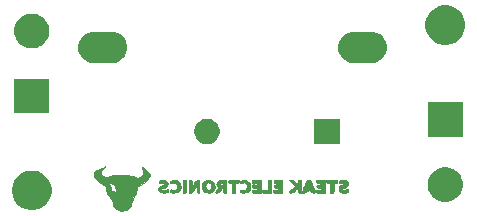
<source format=gbs>
G04 #@! TF.GenerationSoftware,KiCad,Pcbnew,5.0.0-rc2*
G04 #@! TF.CreationDate,2019-06-24T22:20:35-04:00*
G04 #@! TF.ProjectId,pcb,7063622E6B696361645F706362000000,rev?*
G04 #@! TF.SameCoordinates,Original*
G04 #@! TF.FileFunction,Soldermask,Bot*
G04 #@! TF.FilePolarity,Negative*
%FSLAX46Y46*%
G04 Gerber Fmt 4.6, Leading zero omitted, Abs format (unit mm)*
G04 Created by KiCad (PCBNEW 5.0.0-rc2) date Mon Jun 24 22:20:35 2019*
%MOMM*%
%LPD*%
G01*
G04 APERTURE LIST*
%ADD10C,0.010000*%
%ADD11C,0.100000*%
G04 APERTURE END LIST*
D10*
G04 #@! TO.C,G\002A\002A\002A*
G36*
X122898543Y-95135065D02*
X122784363Y-95172149D01*
X122741089Y-95239057D01*
X122743948Y-95289716D01*
X122790236Y-95355496D01*
X122852401Y-95356683D01*
X123036404Y-95332325D01*
X123167903Y-95347661D01*
X123231311Y-95400570D01*
X123233451Y-95408549D01*
X123217586Y-95468801D01*
X123129959Y-95507811D01*
X123084114Y-95517674D01*
X122886666Y-95583692D01*
X122755849Y-95687398D01*
X122698213Y-95815920D01*
X122720306Y-95956381D01*
X122802446Y-96071372D01*
X122948709Y-96156541D01*
X123159364Y-96181897D01*
X123416454Y-96152136D01*
X123494472Y-96112784D01*
X123519931Y-96018767D01*
X123520364Y-95996169D01*
X123520364Y-95860215D01*
X123347718Y-95932351D01*
X123195521Y-95975729D01*
X123069160Y-95975974D01*
X122989705Y-95936419D01*
X122974903Y-95873367D01*
X123031353Y-95808537D01*
X123161646Y-95760581D01*
X123171929Y-95758366D01*
X123370164Y-95688336D01*
X123485982Y-95577402D01*
X123520364Y-95438661D01*
X123482989Y-95280224D01*
X123371370Y-95176251D01*
X123186269Y-95127304D01*
X123093182Y-95123253D01*
X122898543Y-95135065D01*
X122898543Y-95135065D01*
G37*
X122898543Y-95135065D02*
X122784363Y-95172149D01*
X122741089Y-95239057D01*
X122743948Y-95289716D01*
X122790236Y-95355496D01*
X122852401Y-95356683D01*
X123036404Y-95332325D01*
X123167903Y-95347661D01*
X123231311Y-95400570D01*
X123233451Y-95408549D01*
X123217586Y-95468801D01*
X123129959Y-95507811D01*
X123084114Y-95517674D01*
X122886666Y-95583692D01*
X122755849Y-95687398D01*
X122698213Y-95815920D01*
X122720306Y-95956381D01*
X122802446Y-96071372D01*
X122948709Y-96156541D01*
X123159364Y-96181897D01*
X123416454Y-96152136D01*
X123494472Y-96112784D01*
X123519931Y-96018767D01*
X123520364Y-95996169D01*
X123520364Y-95860215D01*
X123347718Y-95932351D01*
X123195521Y-95975729D01*
X123069160Y-95975974D01*
X122989705Y-95936419D01*
X122974903Y-95873367D01*
X123031353Y-95808537D01*
X123161646Y-95760581D01*
X123171929Y-95758366D01*
X123370164Y-95688336D01*
X123485982Y-95577402D01*
X123520364Y-95438661D01*
X123482989Y-95280224D01*
X123371370Y-95176251D01*
X123186269Y-95127304D01*
X123093182Y-95123253D01*
X122898543Y-95135065D01*
G36*
X123890714Y-95130271D02*
X123774931Y-95158269D01*
X123718467Y-95213772D01*
X123705091Y-95292235D01*
X123717081Y-95372521D01*
X123770685Y-95381389D01*
X123809000Y-95369596D01*
X124008314Y-95332199D01*
X124163499Y-95368897D01*
X124265493Y-95474407D01*
X124305236Y-95643444D01*
X124305454Y-95659165D01*
X124270023Y-95813829D01*
X124178397Y-95927135D01*
X124052576Y-95983169D01*
X123914560Y-95966014D01*
X123894599Y-95956377D01*
X123779983Y-95911812D01*
X123720293Y-95936039D01*
X123705091Y-96017705D01*
X123739564Y-96118285D01*
X123809000Y-96155620D01*
X124000357Y-96181872D01*
X124198852Y-96170245D01*
X124351636Y-96125955D01*
X124446216Y-96047651D01*
X124535639Y-95925676D01*
X124552672Y-95893719D01*
X124612601Y-95676798D01*
X124582716Y-95466480D01*
X124465309Y-95276270D01*
X124444156Y-95254143D01*
X124342278Y-95170177D01*
X124231791Y-95131465D01*
X124081875Y-95122546D01*
X123890714Y-95130271D01*
X123890714Y-95130271D01*
G37*
X123890714Y-95130271D02*
X123774931Y-95158269D01*
X123718467Y-95213772D01*
X123705091Y-95292235D01*
X123717081Y-95372521D01*
X123770685Y-95381389D01*
X123809000Y-95369596D01*
X124008314Y-95332199D01*
X124163499Y-95368897D01*
X124265493Y-95474407D01*
X124305236Y-95643444D01*
X124305454Y-95659165D01*
X124270023Y-95813829D01*
X124178397Y-95927135D01*
X124052576Y-95983169D01*
X123914560Y-95966014D01*
X123894599Y-95956377D01*
X123779983Y-95911812D01*
X123720293Y-95936039D01*
X123705091Y-96017705D01*
X123739564Y-96118285D01*
X123809000Y-96155620D01*
X124000357Y-96181872D01*
X124198852Y-96170245D01*
X124351636Y-96125955D01*
X124446216Y-96047651D01*
X124535639Y-95925676D01*
X124552672Y-95893719D01*
X124612601Y-95676798D01*
X124582716Y-95466480D01*
X124465309Y-95276270D01*
X124444156Y-95254143D01*
X124342278Y-95170177D01*
X124231791Y-95131465D01*
X124081875Y-95122546D01*
X123890714Y-95130271D01*
G36*
X124767273Y-96184728D02*
X124898121Y-96184728D01*
X124999370Y-96178715D01*
X125048212Y-96165671D01*
X125054721Y-96114609D01*
X125057653Y-95990727D01*
X125056833Y-95813506D01*
X125053028Y-95634580D01*
X125038602Y-95122546D01*
X124767273Y-95122546D01*
X124767273Y-96184728D01*
X124767273Y-96184728D01*
G37*
X124767273Y-96184728D02*
X124898121Y-96184728D01*
X124999370Y-96178715D01*
X125048212Y-96165671D01*
X125054721Y-96114609D01*
X125057653Y-95990727D01*
X125056833Y-95813506D01*
X125053028Y-95634580D01*
X125038602Y-95122546D01*
X124767273Y-95122546D01*
X124767273Y-96184728D01*
G36*
X125967528Y-95129293D02*
X125905743Y-95161184D01*
X125845322Y-95235695D01*
X125768607Y-95370298D01*
X125736604Y-95431080D01*
X125575454Y-95739614D01*
X125561799Y-95431080D01*
X125552981Y-95267130D01*
X125538139Y-95174855D01*
X125507251Y-95133654D01*
X125450295Y-95122923D01*
X125411708Y-95122546D01*
X125275273Y-95122546D01*
X125275273Y-96190303D01*
X125441061Y-96175970D01*
X125528624Y-96162146D01*
X125594783Y-96126707D01*
X125657684Y-96051643D01*
X125735475Y-95918947D01*
X125775880Y-95843717D01*
X125944909Y-95525798D01*
X125958478Y-95855263D01*
X125967403Y-96026239D01*
X125981678Y-96124773D01*
X126008972Y-96170757D01*
X126056951Y-96184084D01*
X126085478Y-96184728D01*
X126198909Y-96184728D01*
X126198909Y-95122546D01*
X126048331Y-95122546D01*
X125967528Y-95129293D01*
X125967528Y-95129293D01*
G37*
X125967528Y-95129293D02*
X125905743Y-95161184D01*
X125845322Y-95235695D01*
X125768607Y-95370298D01*
X125736604Y-95431080D01*
X125575454Y-95739614D01*
X125561799Y-95431080D01*
X125552981Y-95267130D01*
X125538139Y-95174855D01*
X125507251Y-95133654D01*
X125450295Y-95122923D01*
X125411708Y-95122546D01*
X125275273Y-95122546D01*
X125275273Y-96190303D01*
X125441061Y-96175970D01*
X125528624Y-96162146D01*
X125594783Y-96126707D01*
X125657684Y-96051643D01*
X125735475Y-95918947D01*
X125775880Y-95843717D01*
X125944909Y-95525798D01*
X125958478Y-95855263D01*
X125967403Y-96026239D01*
X125981678Y-96124773D01*
X126008972Y-96170757D01*
X126056951Y-96184084D01*
X126085478Y-96184728D01*
X126198909Y-96184728D01*
X126198909Y-95122546D01*
X126048331Y-95122546D01*
X125967528Y-95129293D01*
G36*
X126771561Y-95129752D02*
X126663295Y-95158818D01*
X126575762Y-95220915D01*
X126552692Y-95243176D01*
X126443373Y-95407053D01*
X126395324Y-95600489D01*
X126406869Y-95797731D01*
X126476331Y-95973026D01*
X126602035Y-96100618D01*
X126608753Y-96104687D01*
X126779938Y-96164530D01*
X126985792Y-96179192D01*
X127179030Y-96146085D01*
X127203072Y-96137215D01*
X127337149Y-96037998D01*
X127433093Y-95880801D01*
X127480828Y-95695642D01*
X127477120Y-95631288D01*
X127172344Y-95631288D01*
X127149093Y-95797551D01*
X127119477Y-95867188D01*
X127036685Y-95939186D01*
X126921015Y-95950245D01*
X126804406Y-95905225D01*
X126718797Y-95808989D01*
X126717332Y-95805974D01*
X126680994Y-95637792D01*
X126723751Y-95480384D01*
X126828036Y-95368583D01*
X126915742Y-95322832D01*
X126988437Y-95333801D01*
X127053273Y-95372299D01*
X127138947Y-95478646D01*
X127172344Y-95631288D01*
X127477120Y-95631288D01*
X127470277Y-95512538D01*
X127440047Y-95431237D01*
X127331695Y-95261168D01*
X127207084Y-95165289D01*
X127037843Y-95126223D01*
X126936066Y-95122546D01*
X126771561Y-95129752D01*
X126771561Y-95129752D01*
G37*
X126771561Y-95129752D02*
X126663295Y-95158818D01*
X126575762Y-95220915D01*
X126552692Y-95243176D01*
X126443373Y-95407053D01*
X126395324Y-95600489D01*
X126406869Y-95797731D01*
X126476331Y-95973026D01*
X126602035Y-96100618D01*
X126608753Y-96104687D01*
X126779938Y-96164530D01*
X126985792Y-96179192D01*
X127179030Y-96146085D01*
X127203072Y-96137215D01*
X127337149Y-96037998D01*
X127433093Y-95880801D01*
X127480828Y-95695642D01*
X127477120Y-95631288D01*
X127172344Y-95631288D01*
X127149093Y-95797551D01*
X127119477Y-95867188D01*
X127036685Y-95939186D01*
X126921015Y-95950245D01*
X126804406Y-95905225D01*
X126718797Y-95808989D01*
X126717332Y-95805974D01*
X126680994Y-95637792D01*
X126723751Y-95480384D01*
X126828036Y-95368583D01*
X126915742Y-95322832D01*
X126988437Y-95333801D01*
X127053273Y-95372299D01*
X127138947Y-95478646D01*
X127172344Y-95631288D01*
X127477120Y-95631288D01*
X127470277Y-95512538D01*
X127440047Y-95431237D01*
X127331695Y-95261168D01*
X127207084Y-95165289D01*
X127037843Y-95126223D01*
X126936066Y-95122546D01*
X126771561Y-95129752D01*
G36*
X127968356Y-95125909D02*
X127859910Y-95141302D01*
X127789384Y-95176682D01*
X127729598Y-95240005D01*
X127726261Y-95244228D01*
X127660183Y-95344040D01*
X127630653Y-95419896D01*
X127630545Y-95422728D01*
X127657174Y-95495804D01*
X127721720Y-95595391D01*
X127726261Y-95601227D01*
X127778441Y-95681825D01*
X127782411Y-95721920D01*
X127777529Y-95722910D01*
X127739347Y-95760144D01*
X127680034Y-95851928D01*
X127615910Y-95968379D01*
X127563295Y-96079617D01*
X127538511Y-96155761D01*
X127538182Y-96161133D01*
X127578736Y-96176959D01*
X127677994Y-96184600D01*
X127694215Y-96184728D01*
X127811062Y-96169429D01*
X127878984Y-96105473D01*
X127909266Y-96042249D01*
X127988143Y-95894976D01*
X128075958Y-95797168D01*
X128141844Y-95769091D01*
X128167420Y-95810375D01*
X128182761Y-95914824D01*
X128184727Y-95976910D01*
X128188743Y-96104700D01*
X128211932Y-96165226D01*
X128271005Y-96183553D01*
X128323273Y-96184728D01*
X128461818Y-96184728D01*
X128461818Y-95468910D01*
X128184727Y-95468910D01*
X128157176Y-95561632D01*
X128089422Y-95580512D01*
X128003818Y-95519664D01*
X128001679Y-95517114D01*
X127969180Y-95430383D01*
X128016469Y-95369286D01*
X128095089Y-95353455D01*
X128165795Y-95381991D01*
X128184727Y-95468910D01*
X128461818Y-95468910D01*
X128461818Y-95122546D01*
X128141897Y-95122546D01*
X127968356Y-95125909D01*
X127968356Y-95125909D01*
G37*
X127968356Y-95125909D02*
X127859910Y-95141302D01*
X127789384Y-95176682D01*
X127729598Y-95240005D01*
X127726261Y-95244228D01*
X127660183Y-95344040D01*
X127630653Y-95419896D01*
X127630545Y-95422728D01*
X127657174Y-95495804D01*
X127721720Y-95595391D01*
X127726261Y-95601227D01*
X127778441Y-95681825D01*
X127782411Y-95721920D01*
X127777529Y-95722910D01*
X127739347Y-95760144D01*
X127680034Y-95851928D01*
X127615910Y-95968379D01*
X127563295Y-96079617D01*
X127538511Y-96155761D01*
X127538182Y-96161133D01*
X127578736Y-96176959D01*
X127677994Y-96184600D01*
X127694215Y-96184728D01*
X127811062Y-96169429D01*
X127878984Y-96105473D01*
X127909266Y-96042249D01*
X127988143Y-95894976D01*
X128075958Y-95797168D01*
X128141844Y-95769091D01*
X128167420Y-95810375D01*
X128182761Y-95914824D01*
X128184727Y-95976910D01*
X128188743Y-96104700D01*
X128211932Y-96165226D01*
X128271005Y-96183553D01*
X128323273Y-96184728D01*
X128461818Y-96184728D01*
X128461818Y-95468910D01*
X128184727Y-95468910D01*
X128157176Y-95561632D01*
X128089422Y-95580512D01*
X128003818Y-95519664D01*
X128001679Y-95517114D01*
X127969180Y-95430383D01*
X128016469Y-95369286D01*
X128095089Y-95353455D01*
X128165795Y-95381991D01*
X128184727Y-95468910D01*
X128461818Y-95468910D01*
X128461818Y-95122546D01*
X128141897Y-95122546D01*
X127968356Y-95125909D01*
G36*
X129073727Y-95132529D02*
X128854203Y-95139533D01*
X128710931Y-95148938D01*
X128627807Y-95164165D01*
X128588726Y-95188636D01*
X128577581Y-95225772D01*
X128577273Y-95238000D01*
X128597147Y-95302498D01*
X128672228Y-95334930D01*
X128750454Y-95344697D01*
X128923636Y-95359031D01*
X128923636Y-96184728D01*
X129200727Y-96184728D01*
X129200727Y-95353455D01*
X129385454Y-95353455D01*
X129504409Y-95347222D01*
X129557284Y-95317536D01*
X129570100Y-95247912D01*
X129570182Y-95236438D01*
X129570182Y-95119421D01*
X129073727Y-95132529D01*
X129073727Y-95132529D01*
G37*
X129073727Y-95132529D02*
X128854203Y-95139533D01*
X128710931Y-95148938D01*
X128627807Y-95164165D01*
X128588726Y-95188636D01*
X128577581Y-95225772D01*
X128577273Y-95238000D01*
X128597147Y-95302498D01*
X128672228Y-95334930D01*
X128750454Y-95344697D01*
X128923636Y-95359031D01*
X128923636Y-96184728D01*
X129200727Y-96184728D01*
X129200727Y-95353455D01*
X129385454Y-95353455D01*
X129504409Y-95347222D01*
X129557284Y-95317536D01*
X129570100Y-95247912D01*
X129570182Y-95236438D01*
X129570182Y-95119421D01*
X129073727Y-95132529D01*
G36*
X129921044Y-95132071D02*
X129765643Y-95142010D01*
X129679789Y-95160287D01*
X129640712Y-95198171D01*
X129625641Y-95266935D01*
X129624228Y-95278990D01*
X129622816Y-95370416D01*
X129656418Y-95391372D01*
X129686246Y-95382702D01*
X129847903Y-95330486D01*
X129959734Y-95326705D01*
X130052226Y-95374180D01*
X130104109Y-95421366D01*
X130187273Y-95525265D01*
X130207266Y-95627243D01*
X130198658Y-95691334D01*
X130133075Y-95862007D01*
X130017800Y-95954994D01*
X129853751Y-95969871D01*
X129689927Y-95925984D01*
X129634013Y-95927426D01*
X129616474Y-96002056D01*
X129616364Y-96013209D01*
X129642506Y-96111574D01*
X129689413Y-96156696D01*
X129843821Y-96183462D01*
X130031054Y-96173238D01*
X130201117Y-96129918D01*
X130235445Y-96114188D01*
X130376757Y-96018930D01*
X130456555Y-95899833D01*
X130489223Y-95730209D01*
X130492349Y-95637529D01*
X130486323Y-95482645D01*
X130456117Y-95380515D01*
X130387011Y-95292015D01*
X130348225Y-95254508D01*
X130257227Y-95178272D01*
X130171457Y-95139474D01*
X130056129Y-95128145D01*
X129921044Y-95132071D01*
X129921044Y-95132071D01*
G37*
X129921044Y-95132071D02*
X129765643Y-95142010D01*
X129679789Y-95160287D01*
X129640712Y-95198171D01*
X129625641Y-95266935D01*
X129624228Y-95278990D01*
X129622816Y-95370416D01*
X129656418Y-95391372D01*
X129686246Y-95382702D01*
X129847903Y-95330486D01*
X129959734Y-95326705D01*
X130052226Y-95374180D01*
X130104109Y-95421366D01*
X130187273Y-95525265D01*
X130207266Y-95627243D01*
X130198658Y-95691334D01*
X130133075Y-95862007D01*
X130017800Y-95954994D01*
X129853751Y-95969871D01*
X129689927Y-95925984D01*
X129634013Y-95927426D01*
X129616474Y-96002056D01*
X129616364Y-96013209D01*
X129642506Y-96111574D01*
X129689413Y-96156696D01*
X129843821Y-96183462D01*
X130031054Y-96173238D01*
X130201117Y-96129918D01*
X130235445Y-96114188D01*
X130376757Y-96018930D01*
X130456555Y-95899833D01*
X130489223Y-95730209D01*
X130492349Y-95637529D01*
X130486323Y-95482645D01*
X130456117Y-95380515D01*
X130387011Y-95292015D01*
X130348225Y-95254508D01*
X130257227Y-95178272D01*
X130171457Y-95139474D01*
X130056129Y-95128145D01*
X129921044Y-95132071D01*
G36*
X130818584Y-95123776D02*
X130708867Y-95131393D01*
X130653822Y-95151286D01*
X130634605Y-95189343D01*
X130632364Y-95238000D01*
X130639850Y-95306522D01*
X130678057Y-95340705D01*
X130770603Y-95352361D01*
X130863273Y-95353455D01*
X131003716Y-95359221D01*
X131073535Y-95381509D01*
X131094025Y-95427803D01*
X131094182Y-95434606D01*
X131079299Y-95484199D01*
X131019544Y-95503546D01*
X130892252Y-95499691D01*
X130886364Y-95499228D01*
X130758835Y-95492369D01*
X130698326Y-95508882D01*
X130679850Y-95563998D01*
X130678545Y-95625896D01*
X130684192Y-95713924D01*
X130717858Y-95755614D01*
X130804637Y-95768256D01*
X130886364Y-95769091D01*
X131016233Y-95775135D01*
X131077645Y-95800229D01*
X131094102Y-95854820D01*
X131094182Y-95861455D01*
X131082025Y-95916855D01*
X131030423Y-95944485D01*
X130916682Y-95953423D01*
X130863273Y-95953819D01*
X130726230Y-95957562D01*
X130657863Y-95976665D01*
X130634551Y-96022939D01*
X130632364Y-96069273D01*
X130636301Y-96126534D01*
X130660675Y-96160820D01*
X130724332Y-96178022D01*
X130846116Y-96184027D01*
X131001818Y-96184728D01*
X131371273Y-96184728D01*
X131371273Y-95122546D01*
X131001818Y-95122546D01*
X130818584Y-95123776D01*
X130818584Y-95123776D01*
G37*
X130818584Y-95123776D02*
X130708867Y-95131393D01*
X130653822Y-95151286D01*
X130634605Y-95189343D01*
X130632364Y-95238000D01*
X130639850Y-95306522D01*
X130678057Y-95340705D01*
X130770603Y-95352361D01*
X130863273Y-95353455D01*
X131003716Y-95359221D01*
X131073535Y-95381509D01*
X131094025Y-95427803D01*
X131094182Y-95434606D01*
X131079299Y-95484199D01*
X131019544Y-95503546D01*
X130892252Y-95499691D01*
X130886364Y-95499228D01*
X130758835Y-95492369D01*
X130698326Y-95508882D01*
X130679850Y-95563998D01*
X130678545Y-95625896D01*
X130684192Y-95713924D01*
X130717858Y-95755614D01*
X130804637Y-95768256D01*
X130886364Y-95769091D01*
X131016233Y-95775135D01*
X131077645Y-95800229D01*
X131094102Y-95854820D01*
X131094182Y-95861455D01*
X131082025Y-95916855D01*
X131030423Y-95944485D01*
X130916682Y-95953423D01*
X130863273Y-95953819D01*
X130726230Y-95957562D01*
X130657863Y-95976665D01*
X130634551Y-96022939D01*
X130632364Y-96069273D01*
X130636301Y-96126534D01*
X130660675Y-96160820D01*
X130724332Y-96178022D01*
X130846116Y-96184027D01*
X131001818Y-96184728D01*
X131371273Y-96184728D01*
X131371273Y-95122546D01*
X131001818Y-95122546D01*
X130818584Y-95123776D01*
G36*
X131971636Y-95953819D02*
X131740727Y-95953819D01*
X131603685Y-95957562D01*
X131535318Y-95976665D01*
X131512006Y-96022939D01*
X131509818Y-96069273D01*
X131513422Y-96125182D01*
X131536426Y-96159303D01*
X131597115Y-96177015D01*
X131713778Y-96183697D01*
X131902364Y-96184728D01*
X132294909Y-96184728D01*
X132294909Y-95122546D01*
X131971636Y-95122546D01*
X131971636Y-95953819D01*
X131971636Y-95953819D01*
G37*
X131971636Y-95953819D02*
X131740727Y-95953819D01*
X131603685Y-95957562D01*
X131535318Y-95976665D01*
X131512006Y-96022939D01*
X131509818Y-96069273D01*
X131513422Y-96125182D01*
X131536426Y-96159303D01*
X131597115Y-96177015D01*
X131713778Y-96183697D01*
X131902364Y-96184728D01*
X132294909Y-96184728D01*
X132294909Y-95122546D01*
X131971636Y-95122546D01*
X131971636Y-95953819D01*
G36*
X132665857Y-95123776D02*
X132556140Y-95131393D01*
X132501095Y-95151286D01*
X132481878Y-95189343D01*
X132479636Y-95238000D01*
X132488250Y-95309245D01*
X132530589Y-95343000D01*
X132631401Y-95353014D01*
X132687454Y-95353455D01*
X132824430Y-95362521D01*
X132886823Y-95393346D01*
X132895273Y-95422728D01*
X132864769Y-95470895D01*
X132763653Y-95490743D01*
X132710545Y-95492000D01*
X132592097Y-95497471D01*
X132539441Y-95527119D01*
X132526110Y-95600796D01*
X132525818Y-95630546D01*
X132533113Y-95719382D01*
X132572643Y-95758874D01*
X132670879Y-95768873D01*
X132710545Y-95769091D01*
X132831401Y-95776837D01*
X132884814Y-95808143D01*
X132895273Y-95861455D01*
X132883116Y-95916855D01*
X132831514Y-95944485D01*
X132717773Y-95953423D01*
X132664364Y-95953819D01*
X132527321Y-95957562D01*
X132458954Y-95976665D01*
X132435642Y-96022939D01*
X132433454Y-96069273D01*
X132437059Y-96125182D01*
X132460062Y-96159303D01*
X132520752Y-96177015D01*
X132637414Y-96183697D01*
X132826000Y-96184728D01*
X133218545Y-96184728D01*
X133218545Y-95122546D01*
X132849091Y-95122546D01*
X132665857Y-95123776D01*
X132665857Y-95123776D01*
G37*
X132665857Y-95123776D02*
X132556140Y-95131393D01*
X132501095Y-95151286D01*
X132481878Y-95189343D01*
X132479636Y-95238000D01*
X132488250Y-95309245D01*
X132530589Y-95343000D01*
X132631401Y-95353014D01*
X132687454Y-95353455D01*
X132824430Y-95362521D01*
X132886823Y-95393346D01*
X132895273Y-95422728D01*
X132864769Y-95470895D01*
X132763653Y-95490743D01*
X132710545Y-95492000D01*
X132592097Y-95497471D01*
X132539441Y-95527119D01*
X132526110Y-95600796D01*
X132525818Y-95630546D01*
X132533113Y-95719382D01*
X132572643Y-95758874D01*
X132670879Y-95768873D01*
X132710545Y-95769091D01*
X132831401Y-95776837D01*
X132884814Y-95808143D01*
X132895273Y-95861455D01*
X132883116Y-95916855D01*
X132831514Y-95944485D01*
X132717773Y-95953423D01*
X132664364Y-95953819D01*
X132527321Y-95957562D01*
X132458954Y-95976665D01*
X132435642Y-96022939D01*
X132433454Y-96069273D01*
X132437059Y-96125182D01*
X132460062Y-96159303D01*
X132520752Y-96177015D01*
X132637414Y-96183697D01*
X132826000Y-96184728D01*
X133218545Y-96184728D01*
X133218545Y-95122546D01*
X132849091Y-95122546D01*
X132665857Y-95123776D01*
G36*
X134562818Y-95132127D02*
X134520769Y-95178917D01*
X134503359Y-95289989D01*
X134502879Y-95295728D01*
X134488545Y-95468910D01*
X134327229Y-95295728D01*
X134209451Y-95185251D01*
X134104336Y-95133896D01*
X133992411Y-95122546D01*
X133880898Y-95128688D01*
X133821771Y-95143917D01*
X133818909Y-95148635D01*
X133849545Y-95191515D01*
X133929973Y-95279208D01*
X134042972Y-95392966D01*
X134046265Y-95396176D01*
X134273621Y-95617628D01*
X134023174Y-95864964D01*
X133903451Y-95987635D01*
X133814891Y-96086826D01*
X133773818Y-96144056D01*
X133772727Y-96148514D01*
X133813519Y-96171898D01*
X133914534Y-96184183D01*
X133944161Y-96184728D01*
X134061062Y-96170913D01*
X134166692Y-96118523D01*
X134292261Y-96011141D01*
X134313616Y-95990385D01*
X134511636Y-95796042D01*
X134511636Y-95990385D01*
X134516429Y-96112781D01*
X134543098Y-96168743D01*
X134610085Y-96184135D01*
X134650182Y-96184728D01*
X134788727Y-96184728D01*
X134788727Y-95122546D01*
X134652970Y-95122546D01*
X134562818Y-95132127D01*
X134562818Y-95132127D01*
G37*
X134562818Y-95132127D02*
X134520769Y-95178917D01*
X134503359Y-95289989D01*
X134502879Y-95295728D01*
X134488545Y-95468910D01*
X134327229Y-95295728D01*
X134209451Y-95185251D01*
X134104336Y-95133896D01*
X133992411Y-95122546D01*
X133880898Y-95128688D01*
X133821771Y-95143917D01*
X133818909Y-95148635D01*
X133849545Y-95191515D01*
X133929973Y-95279208D01*
X134042972Y-95392966D01*
X134046265Y-95396176D01*
X134273621Y-95617628D01*
X134023174Y-95864964D01*
X133903451Y-95987635D01*
X133814891Y-96086826D01*
X133773818Y-96144056D01*
X133772727Y-96148514D01*
X133813519Y-96171898D01*
X133914534Y-96184183D01*
X133944161Y-96184728D01*
X134061062Y-96170913D01*
X134166692Y-96118523D01*
X134292261Y-96011141D01*
X134313616Y-95990385D01*
X134511636Y-95796042D01*
X134511636Y-95990385D01*
X134516429Y-96112781D01*
X134543098Y-96168743D01*
X134610085Y-96184135D01*
X134650182Y-96184728D01*
X134788727Y-96184728D01*
X134788727Y-95122546D01*
X134652970Y-95122546D01*
X134562818Y-95132127D01*
G36*
X135314312Y-95133493D02*
X135248339Y-95179709D01*
X135214597Y-95249546D01*
X135173248Y-95361690D01*
X135114759Y-95521233D01*
X135066390Y-95653637D01*
X135005891Y-95818062D01*
X134952245Y-95961364D01*
X134923214Y-96036810D01*
X134889122Y-96133702D01*
X134904260Y-96175072D01*
X134986869Y-96184562D01*
X135037341Y-96184728D01*
X135155890Y-96168661D01*
X135211413Y-96111916D01*
X135217745Y-96092364D01*
X135253580Y-96031257D01*
X135335756Y-96004401D01*
X135435273Y-96000000D01*
X135565687Y-96009484D01*
X135631302Y-96045380D01*
X135652801Y-96092364D01*
X135697656Y-96159958D01*
X135799940Y-96184007D01*
X135833204Y-96184728D01*
X135937961Y-96180578D01*
X135988597Y-96170419D01*
X135989454Y-96168744D01*
X135985193Y-96151579D01*
X135969891Y-96105763D01*
X135939771Y-96020832D01*
X135891056Y-95886322D01*
X135819968Y-95691769D01*
X135812634Y-95671776D01*
X135520627Y-95671776D01*
X135507453Y-95745162D01*
X135430332Y-95769091D01*
X135359963Y-95749819D01*
X135361059Y-95696041D01*
X135387589Y-95583132D01*
X135390560Y-95545951D01*
X135399238Y-95499014D01*
X135433637Y-95525139D01*
X135459832Y-95558554D01*
X135520627Y-95671776D01*
X135812634Y-95671776D01*
X135722730Y-95426710D01*
X135657640Y-95249546D01*
X135611142Y-95163773D01*
X135534787Y-95128260D01*
X135436358Y-95122546D01*
X135314312Y-95133493D01*
X135314312Y-95133493D01*
G37*
X135314312Y-95133493D02*
X135248339Y-95179709D01*
X135214597Y-95249546D01*
X135173248Y-95361690D01*
X135114759Y-95521233D01*
X135066390Y-95653637D01*
X135005891Y-95818062D01*
X134952245Y-95961364D01*
X134923214Y-96036810D01*
X134889122Y-96133702D01*
X134904260Y-96175072D01*
X134986869Y-96184562D01*
X135037341Y-96184728D01*
X135155890Y-96168661D01*
X135211413Y-96111916D01*
X135217745Y-96092364D01*
X135253580Y-96031257D01*
X135335756Y-96004401D01*
X135435273Y-96000000D01*
X135565687Y-96009484D01*
X135631302Y-96045380D01*
X135652801Y-96092364D01*
X135697656Y-96159958D01*
X135799940Y-96184007D01*
X135833204Y-96184728D01*
X135937961Y-96180578D01*
X135988597Y-96170419D01*
X135989454Y-96168744D01*
X135985193Y-96151579D01*
X135969891Y-96105763D01*
X135939771Y-96020832D01*
X135891056Y-95886322D01*
X135819968Y-95691769D01*
X135812634Y-95671776D01*
X135520627Y-95671776D01*
X135507453Y-95745162D01*
X135430332Y-95769091D01*
X135359963Y-95749819D01*
X135361059Y-95696041D01*
X135387589Y-95583132D01*
X135390560Y-95545951D01*
X135399238Y-95499014D01*
X135433637Y-95525139D01*
X135459832Y-95558554D01*
X135520627Y-95671776D01*
X135812634Y-95671776D01*
X135722730Y-95426710D01*
X135657640Y-95249546D01*
X135611142Y-95163773D01*
X135534787Y-95128260D01*
X135436358Y-95122546D01*
X135314312Y-95133493D01*
G36*
X136268038Y-95123776D02*
X136158321Y-95131393D01*
X136103277Y-95151286D01*
X136084060Y-95189343D01*
X136081818Y-95238000D01*
X136090432Y-95309245D01*
X136132771Y-95343000D01*
X136233583Y-95353014D01*
X136289636Y-95353455D01*
X136428573Y-95363211D01*
X136490780Y-95395440D01*
X136497454Y-95420072D01*
X136456912Y-95470565D01*
X136332030Y-95498245D01*
X136301182Y-95500891D01*
X136177009Y-95516150D01*
X136120030Y-95548967D01*
X136105082Y-95615963D01*
X136104909Y-95630546D01*
X136115577Y-95704361D01*
X136164357Y-95741407D01*
X136276413Y-95758307D01*
X136301182Y-95760201D01*
X136428413Y-95777669D01*
X136486129Y-95813526D01*
X136497454Y-95864110D01*
X136484471Y-95918050D01*
X136430546Y-95944942D01*
X136313214Y-95953513D01*
X136266545Y-95953819D01*
X136129503Y-95957562D01*
X136061136Y-95976665D01*
X136037824Y-96022939D01*
X136035636Y-96069273D01*
X136039240Y-96125182D01*
X136062244Y-96159303D01*
X136122934Y-96177015D01*
X136239596Y-96183697D01*
X136428182Y-96184728D01*
X136820727Y-96184728D01*
X136820727Y-95122546D01*
X136451273Y-95122546D01*
X136268038Y-95123776D01*
X136268038Y-95123776D01*
G37*
X136268038Y-95123776D02*
X136158321Y-95131393D01*
X136103277Y-95151286D01*
X136084060Y-95189343D01*
X136081818Y-95238000D01*
X136090432Y-95309245D01*
X136132771Y-95343000D01*
X136233583Y-95353014D01*
X136289636Y-95353455D01*
X136428573Y-95363211D01*
X136490780Y-95395440D01*
X136497454Y-95420072D01*
X136456912Y-95470565D01*
X136332030Y-95498245D01*
X136301182Y-95500891D01*
X136177009Y-95516150D01*
X136120030Y-95548967D01*
X136105082Y-95615963D01*
X136104909Y-95630546D01*
X136115577Y-95704361D01*
X136164357Y-95741407D01*
X136276413Y-95758307D01*
X136301182Y-95760201D01*
X136428413Y-95777669D01*
X136486129Y-95813526D01*
X136497454Y-95864110D01*
X136484471Y-95918050D01*
X136430546Y-95944942D01*
X136313214Y-95953513D01*
X136266545Y-95953819D01*
X136129503Y-95957562D01*
X136061136Y-95976665D01*
X136037824Y-96022939D01*
X136035636Y-96069273D01*
X136039240Y-96125182D01*
X136062244Y-96159303D01*
X136122934Y-96177015D01*
X136239596Y-96183697D01*
X136428182Y-96184728D01*
X136820727Y-96184728D01*
X136820727Y-95122546D01*
X136451273Y-95122546D01*
X136268038Y-95123776D01*
G36*
X136913091Y-95238000D02*
X136925167Y-95316078D01*
X136979512Y-95348041D01*
X137074727Y-95353455D01*
X137236364Y-95353455D01*
X137236364Y-96184728D01*
X137367212Y-96184728D01*
X137472980Y-96174837D01*
X137528848Y-96153940D01*
X137543000Y-96096444D01*
X137553721Y-95970356D01*
X137559250Y-95799433D01*
X137559636Y-95738303D01*
X137559636Y-95353455D01*
X137721273Y-95353455D01*
X137830581Y-95344829D01*
X137875329Y-95306012D01*
X137882909Y-95238000D01*
X137882909Y-95122546D01*
X136913091Y-95122546D01*
X136913091Y-95238000D01*
X136913091Y-95238000D01*
G37*
X136913091Y-95238000D02*
X136925167Y-95316078D01*
X136979512Y-95348041D01*
X137074727Y-95353455D01*
X137236364Y-95353455D01*
X137236364Y-96184728D01*
X137367212Y-96184728D01*
X137472980Y-96174837D01*
X137528848Y-96153940D01*
X137543000Y-96096444D01*
X137553721Y-95970356D01*
X137559250Y-95799433D01*
X137559636Y-95738303D01*
X137559636Y-95353455D01*
X137721273Y-95353455D01*
X137830581Y-95344829D01*
X137875329Y-95306012D01*
X137882909Y-95238000D01*
X137882909Y-95122546D01*
X136913091Y-95122546D01*
X136913091Y-95238000D01*
G36*
X138158204Y-95124146D02*
X138069402Y-95135246D01*
X138030900Y-95165291D01*
X138021665Y-95223730D01*
X138021454Y-95255900D01*
X138027054Y-95336138D01*
X138060106Y-95374322D01*
X138144997Y-95384570D01*
X138240818Y-95382900D01*
X138391114Y-95389239D01*
X138470402Y-95414024D01*
X138472315Y-95449945D01*
X138390488Y-95489691D01*
X138344727Y-95502230D01*
X138158829Y-95555635D01*
X138047109Y-95615746D01*
X137991886Y-95698897D01*
X137975479Y-95821423D01*
X137975273Y-95843549D01*
X137989305Y-95990266D01*
X138039912Y-96081237D01*
X138077912Y-96112836D01*
X138193007Y-96156154D01*
X138360897Y-96177716D01*
X138544041Y-96175024D01*
X138679545Y-96152893D01*
X138745694Y-96091002D01*
X138760364Y-95997757D01*
X138752816Y-95905866D01*
X138712668Y-95886399D01*
X138641903Y-95908780D01*
X138503375Y-95942947D01*
X138384516Y-95953819D01*
X138284165Y-95931177D01*
X138256094Y-95878123D01*
X138296743Y-95816960D01*
X138402550Y-95769992D01*
X138414279Y-95767401D01*
X138598525Y-95714845D01*
X138706519Y-95641089D01*
X138754143Y-95531454D01*
X138760364Y-95447492D01*
X138743297Y-95293657D01*
X138682561Y-95195326D01*
X138563853Y-95141984D01*
X138372869Y-95123115D01*
X138318338Y-95122546D01*
X138158204Y-95124146D01*
X138158204Y-95124146D01*
G37*
X138158204Y-95124146D02*
X138069402Y-95135246D01*
X138030900Y-95165291D01*
X138021665Y-95223730D01*
X138021454Y-95255900D01*
X138027054Y-95336138D01*
X138060106Y-95374322D01*
X138144997Y-95384570D01*
X138240818Y-95382900D01*
X138391114Y-95389239D01*
X138470402Y-95414024D01*
X138472315Y-95449945D01*
X138390488Y-95489691D01*
X138344727Y-95502230D01*
X138158829Y-95555635D01*
X138047109Y-95615746D01*
X137991886Y-95698897D01*
X137975479Y-95821423D01*
X137975273Y-95843549D01*
X137989305Y-95990266D01*
X138039912Y-96081237D01*
X138077912Y-96112836D01*
X138193007Y-96156154D01*
X138360897Y-96177716D01*
X138544041Y-96175024D01*
X138679545Y-96152893D01*
X138745694Y-96091002D01*
X138760364Y-95997757D01*
X138752816Y-95905866D01*
X138712668Y-95886399D01*
X138641903Y-95908780D01*
X138503375Y-95942947D01*
X138384516Y-95953819D01*
X138284165Y-95931177D01*
X138256094Y-95878123D01*
X138296743Y-95816960D01*
X138402550Y-95769992D01*
X138414279Y-95767401D01*
X138598525Y-95714845D01*
X138706519Y-95641089D01*
X138754143Y-95531454D01*
X138760364Y-95447492D01*
X138743297Y-95293657D01*
X138682561Y-95195326D01*
X138563853Y-95141984D01*
X138372869Y-95123115D01*
X138318338Y-95122546D01*
X138158204Y-95124146D01*
G36*
X118200814Y-93939617D02*
X118092004Y-93999627D01*
X117994199Y-94060364D01*
X117862067Y-94137225D01*
X117754610Y-94187533D01*
X117711088Y-94198910D01*
X117627517Y-94226948D01*
X117509351Y-94296534D01*
X117389216Y-94385873D01*
X117299738Y-94473168D01*
X117298832Y-94474305D01*
X117258570Y-94569250D01*
X117241105Y-94696579D01*
X117284128Y-94847203D01*
X117415624Y-95022651D01*
X117635218Y-95222519D01*
X117941659Y-95445819D01*
X118095180Y-95551266D01*
X118191374Y-95631979D01*
X118249595Y-95714707D01*
X118289198Y-95826202D01*
X118325700Y-95976636D01*
X118390053Y-96197163D01*
X118481245Y-96388594D01*
X118617501Y-96585068D01*
X118712050Y-96700369D01*
X118782759Y-96818906D01*
X118847980Y-96984225D01*
X118891883Y-97151324D01*
X118901486Y-97238916D01*
X118942721Y-97361944D01*
X119049392Y-97488404D01*
X119198162Y-97596225D01*
X119344548Y-97657935D01*
X119613497Y-97703110D01*
X119866055Y-97676024D01*
X119987454Y-97639319D01*
X120168081Y-97548155D01*
X120298903Y-97411694D01*
X120392865Y-97212761D01*
X120441401Y-97037037D01*
X120537536Y-96745982D01*
X120679137Y-96477361D01*
X120681638Y-96473579D01*
X120754303Y-96346897D01*
X119337686Y-96346897D01*
X119287772Y-96354169D01*
X119202364Y-96356246D01*
X119092842Y-96353312D01*
X119052809Y-96345080D01*
X119074729Y-96336946D01*
X119201425Y-96328630D01*
X119305638Y-96336316D01*
X119337686Y-96346897D01*
X120754303Y-96346897D01*
X120796628Y-96273111D01*
X120802706Y-96254533D01*
X119245322Y-96254533D01*
X119195408Y-96261805D01*
X119110000Y-96263883D01*
X119000479Y-96260948D01*
X118960446Y-96252717D01*
X118982365Y-96244582D01*
X119109061Y-96236267D01*
X119213274Y-96243952D01*
X119245322Y-96254533D01*
X120802706Y-96254533D01*
X120832924Y-96162169D01*
X119152958Y-96162169D01*
X119103044Y-96169442D01*
X119017636Y-96171519D01*
X118908115Y-96168584D01*
X118868082Y-96160353D01*
X118890001Y-96152219D01*
X119016697Y-96143903D01*
X119120910Y-96151588D01*
X119152958Y-96162169D01*
X120832924Y-96162169D01*
X120857906Y-96085810D01*
X120863240Y-96048908D01*
X119179273Y-96048908D01*
X119139650Y-96078960D01*
X119043095Y-96091197D01*
X118923084Y-96086728D01*
X118813087Y-96066663D01*
X118748792Y-96034637D01*
X118710023Y-95953508D01*
X118682505Y-95825220D01*
X118678999Y-95792182D01*
X118652097Y-95643838D01*
X118605878Y-95518589D01*
X118597116Y-95503546D01*
X118560576Y-95438260D01*
X118574352Y-95408356D01*
X118655344Y-95400026D01*
X118724299Y-95399637D01*
X118910850Y-95425203D01*
X119026960Y-95507168D01*
X119080792Y-95653429D01*
X119086909Y-95750433D01*
X119096808Y-95878651D01*
X119121637Y-95963630D01*
X119133091Y-95976910D01*
X119177511Y-96035951D01*
X119179273Y-96048908D01*
X120863240Y-96048908D01*
X120876303Y-95958548D01*
X120893960Y-95809680D01*
X120924971Y-95721278D01*
X120990241Y-95661753D01*
X121110678Y-95599517D01*
X121115436Y-95597243D01*
X121336485Y-95468868D01*
X121547921Y-95305587D01*
X121734579Y-95123606D01*
X121881297Y-94939130D01*
X121972911Y-94768364D01*
X121996364Y-94655766D01*
X121982428Y-94579422D01*
X121931645Y-94499183D01*
X121830550Y-94398863D01*
X121675556Y-94270149D01*
X121498343Y-94132709D01*
X121377717Y-94047704D01*
X121317272Y-94017067D01*
X121320601Y-94042726D01*
X121374666Y-94108487D01*
X121433785Y-94232466D01*
X121448824Y-94399547D01*
X121420109Y-94571842D01*
X121369732Y-94682186D01*
X121282998Y-94769179D01*
X121156056Y-94850951D01*
X121129168Y-94863920D01*
X121016253Y-94908771D01*
X120927544Y-94917285D01*
X120818713Y-94889517D01*
X120749184Y-94864387D01*
X120569118Y-94806056D01*
X120369818Y-94753658D01*
X120310727Y-94740851D01*
X120134924Y-94716509D01*
X119911278Y-94701472D01*
X119658281Y-94695176D01*
X119394422Y-94697057D01*
X119138192Y-94706550D01*
X118908082Y-94723090D01*
X118722581Y-94746112D01*
X118600180Y-94775051D01*
X118565551Y-94794159D01*
X118467905Y-94837287D01*
X118322350Y-94845380D01*
X118165248Y-94821207D01*
X118032961Y-94767538D01*
X118010594Y-94751887D01*
X117896670Y-94635069D01*
X117856700Y-94513464D01*
X117892400Y-94375595D01*
X118005487Y-94209984D01*
X118108833Y-94095000D01*
X118207058Y-93986648D01*
X118238442Y-93935073D01*
X118200814Y-93939617D01*
X118200814Y-93939617D01*
G37*
X118200814Y-93939617D02*
X118092004Y-93999627D01*
X117994199Y-94060364D01*
X117862067Y-94137225D01*
X117754610Y-94187533D01*
X117711088Y-94198910D01*
X117627517Y-94226948D01*
X117509351Y-94296534D01*
X117389216Y-94385873D01*
X117299738Y-94473168D01*
X117298832Y-94474305D01*
X117258570Y-94569250D01*
X117241105Y-94696579D01*
X117284128Y-94847203D01*
X117415624Y-95022651D01*
X117635218Y-95222519D01*
X117941659Y-95445819D01*
X118095180Y-95551266D01*
X118191374Y-95631979D01*
X118249595Y-95714707D01*
X118289198Y-95826202D01*
X118325700Y-95976636D01*
X118390053Y-96197163D01*
X118481245Y-96388594D01*
X118617501Y-96585068D01*
X118712050Y-96700369D01*
X118782759Y-96818906D01*
X118847980Y-96984225D01*
X118891883Y-97151324D01*
X118901486Y-97238916D01*
X118942721Y-97361944D01*
X119049392Y-97488404D01*
X119198162Y-97596225D01*
X119344548Y-97657935D01*
X119613497Y-97703110D01*
X119866055Y-97676024D01*
X119987454Y-97639319D01*
X120168081Y-97548155D01*
X120298903Y-97411694D01*
X120392865Y-97212761D01*
X120441401Y-97037037D01*
X120537536Y-96745982D01*
X120679137Y-96477361D01*
X120681638Y-96473579D01*
X120754303Y-96346897D01*
X119337686Y-96346897D01*
X119287772Y-96354169D01*
X119202364Y-96356246D01*
X119092842Y-96353312D01*
X119052809Y-96345080D01*
X119074729Y-96336946D01*
X119201425Y-96328630D01*
X119305638Y-96336316D01*
X119337686Y-96346897D01*
X120754303Y-96346897D01*
X120796628Y-96273111D01*
X120802706Y-96254533D01*
X119245322Y-96254533D01*
X119195408Y-96261805D01*
X119110000Y-96263883D01*
X119000479Y-96260948D01*
X118960446Y-96252717D01*
X118982365Y-96244582D01*
X119109061Y-96236267D01*
X119213274Y-96243952D01*
X119245322Y-96254533D01*
X120802706Y-96254533D01*
X120832924Y-96162169D01*
X119152958Y-96162169D01*
X119103044Y-96169442D01*
X119017636Y-96171519D01*
X118908115Y-96168584D01*
X118868082Y-96160353D01*
X118890001Y-96152219D01*
X119016697Y-96143903D01*
X119120910Y-96151588D01*
X119152958Y-96162169D01*
X120832924Y-96162169D01*
X120857906Y-96085810D01*
X120863240Y-96048908D01*
X119179273Y-96048908D01*
X119139650Y-96078960D01*
X119043095Y-96091197D01*
X118923084Y-96086728D01*
X118813087Y-96066663D01*
X118748792Y-96034637D01*
X118710023Y-95953508D01*
X118682505Y-95825220D01*
X118678999Y-95792182D01*
X118652097Y-95643838D01*
X118605878Y-95518589D01*
X118597116Y-95503546D01*
X118560576Y-95438260D01*
X118574352Y-95408356D01*
X118655344Y-95400026D01*
X118724299Y-95399637D01*
X118910850Y-95425203D01*
X119026960Y-95507168D01*
X119080792Y-95653429D01*
X119086909Y-95750433D01*
X119096808Y-95878651D01*
X119121637Y-95963630D01*
X119133091Y-95976910D01*
X119177511Y-96035951D01*
X119179273Y-96048908D01*
X120863240Y-96048908D01*
X120876303Y-95958548D01*
X120893960Y-95809680D01*
X120924971Y-95721278D01*
X120990241Y-95661753D01*
X121110678Y-95599517D01*
X121115436Y-95597243D01*
X121336485Y-95468868D01*
X121547921Y-95305587D01*
X121734579Y-95123606D01*
X121881297Y-94939130D01*
X121972911Y-94768364D01*
X121996364Y-94655766D01*
X121982428Y-94579422D01*
X121931645Y-94499183D01*
X121830550Y-94398863D01*
X121675556Y-94270149D01*
X121498343Y-94132709D01*
X121377717Y-94047704D01*
X121317272Y-94017067D01*
X121320601Y-94042726D01*
X121374666Y-94108487D01*
X121433785Y-94232466D01*
X121448824Y-94399547D01*
X121420109Y-94571842D01*
X121369732Y-94682186D01*
X121282998Y-94769179D01*
X121156056Y-94850951D01*
X121129168Y-94863920D01*
X121016253Y-94908771D01*
X120927544Y-94917285D01*
X120818713Y-94889517D01*
X120749184Y-94864387D01*
X120569118Y-94806056D01*
X120369818Y-94753658D01*
X120310727Y-94740851D01*
X120134924Y-94716509D01*
X119911278Y-94701472D01*
X119658281Y-94695176D01*
X119394422Y-94697057D01*
X119138192Y-94706550D01*
X118908082Y-94723090D01*
X118722581Y-94746112D01*
X118600180Y-94775051D01*
X118565551Y-94794159D01*
X118467905Y-94837287D01*
X118322350Y-94845380D01*
X118165248Y-94821207D01*
X118032961Y-94767538D01*
X118010594Y-94751887D01*
X117896670Y-94635069D01*
X117856700Y-94513464D01*
X117892400Y-94375595D01*
X118005487Y-94209984D01*
X118108833Y-94095000D01*
X118207058Y-93986648D01*
X118238442Y-93935073D01*
X118200814Y-93939617D01*
D11*
G36*
X112488931Y-94388216D02*
X112793976Y-94514570D01*
X112793978Y-94514571D01*
X113068515Y-94698011D01*
X113301989Y-94931485D01*
X113394146Y-95069407D01*
X113485430Y-95206024D01*
X113611784Y-95511069D01*
X113676200Y-95834909D01*
X113676200Y-96165091D01*
X113611784Y-96488931D01*
X113485430Y-96793976D01*
X113485429Y-96793978D01*
X113301989Y-97068515D01*
X113068515Y-97301989D01*
X112793978Y-97485429D01*
X112793977Y-97485430D01*
X112793976Y-97485430D01*
X112488931Y-97611784D01*
X112165091Y-97676200D01*
X111834909Y-97676200D01*
X111511069Y-97611784D01*
X111206024Y-97485430D01*
X111206023Y-97485430D01*
X111206022Y-97485429D01*
X110931485Y-97301989D01*
X110698011Y-97068515D01*
X110514571Y-96793978D01*
X110514570Y-96793976D01*
X110388216Y-96488931D01*
X110323800Y-96165091D01*
X110323800Y-95834909D01*
X110388216Y-95511069D01*
X110514570Y-95206024D01*
X110605855Y-95069407D01*
X110698011Y-94931485D01*
X110931485Y-94698011D01*
X111206022Y-94514571D01*
X111206024Y-94514570D01*
X111511069Y-94388216D01*
X111834909Y-94323800D01*
X112165091Y-94323800D01*
X112488931Y-94388216D01*
X112488931Y-94388216D01*
G37*
G36*
X147430593Y-94080529D02*
X147699241Y-94191807D01*
X147699243Y-94191808D01*
X147896783Y-94323800D01*
X147941024Y-94353361D01*
X148146639Y-94558976D01*
X148308193Y-94800759D01*
X148362342Y-94931485D01*
X148419471Y-95069408D01*
X148476200Y-95354607D01*
X148476200Y-95645393D01*
X148419471Y-95930592D01*
X148308192Y-96199243D01*
X148146640Y-96441023D01*
X147941023Y-96646640D01*
X147699243Y-96808192D01*
X147699242Y-96808193D01*
X147699241Y-96808193D01*
X147430593Y-96919471D01*
X147145393Y-96976200D01*
X146854607Y-96976200D01*
X146569407Y-96919471D01*
X146300759Y-96808193D01*
X146300758Y-96808193D01*
X146300757Y-96808192D01*
X146058977Y-96646640D01*
X145853360Y-96441023D01*
X145691808Y-96199243D01*
X145580529Y-95930592D01*
X145523800Y-95645393D01*
X145523800Y-95354607D01*
X145580529Y-95069408D01*
X145637659Y-94931485D01*
X145691807Y-94800759D01*
X145853361Y-94558976D01*
X146058976Y-94353361D01*
X146103217Y-94323800D01*
X146300757Y-94191808D01*
X146300759Y-94191807D01*
X146569407Y-94080529D01*
X146854607Y-94023800D01*
X147145393Y-94023800D01*
X147430593Y-94080529D01*
X147430593Y-94080529D01*
G37*
G36*
X127153769Y-89968188D02*
X127349528Y-90049274D01*
X127525714Y-90166998D01*
X127675542Y-90316826D01*
X127793266Y-90493012D01*
X127874352Y-90688771D01*
X127915690Y-90896594D01*
X127915690Y-91108486D01*
X127874352Y-91316309D01*
X127793266Y-91512068D01*
X127675542Y-91688254D01*
X127525714Y-91838082D01*
X127349528Y-91955806D01*
X127153769Y-92036892D01*
X126945946Y-92078230D01*
X126734054Y-92078230D01*
X126526231Y-92036892D01*
X126330472Y-91955806D01*
X126154286Y-91838082D01*
X126004458Y-91688254D01*
X125886734Y-91512068D01*
X125805648Y-91316309D01*
X125764310Y-91108486D01*
X125764310Y-90896594D01*
X125805648Y-90688771D01*
X125886734Y-90493012D01*
X126004458Y-90316826D01*
X126154286Y-90166998D01*
X126330472Y-90049274D01*
X126526231Y-89968188D01*
X126734054Y-89926850D01*
X126945946Y-89926850D01*
X127153769Y-89968188D01*
X127153769Y-89968188D01*
G37*
G36*
X138075690Y-92078230D02*
X135924310Y-92078230D01*
X135924310Y-89926850D01*
X138075690Y-89926850D01*
X138075690Y-92078230D01*
X138075690Y-92078230D01*
G37*
G36*
X148476200Y-91476200D02*
X145523800Y-91476200D01*
X145523800Y-88523800D01*
X148476200Y-88523800D01*
X148476200Y-91476200D01*
X148476200Y-91476200D01*
G37*
G36*
X113476200Y-89476200D02*
X110523800Y-89476200D01*
X110523800Y-86523800D01*
X113476200Y-86523800D01*
X113476200Y-89476200D01*
X113476200Y-89476200D01*
G37*
G36*
X141016214Y-82574804D02*
X141016217Y-82574805D01*
X141016218Y-82574805D01*
X141248916Y-82645393D01*
X141266147Y-82650620D01*
X141496485Y-82773738D01*
X141698375Y-82939425D01*
X141864062Y-83141315D01*
X141864063Y-83141317D01*
X141987180Y-83371653D01*
X142021694Y-83485429D01*
X142062996Y-83621586D01*
X142088596Y-83881500D01*
X142062996Y-84141414D01*
X141987180Y-84391347D01*
X141864062Y-84621685D01*
X141698375Y-84823575D01*
X141496485Y-84989262D01*
X141496483Y-84989263D01*
X141266147Y-85112380D01*
X141016218Y-85188195D01*
X141016217Y-85188195D01*
X141016214Y-85188196D01*
X140821437Y-85207380D01*
X139190023Y-85207380D01*
X138995246Y-85188196D01*
X138995243Y-85188195D01*
X138995242Y-85188195D01*
X138745313Y-85112380D01*
X138514977Y-84989263D01*
X138514975Y-84989262D01*
X138313085Y-84823575D01*
X138147398Y-84621685D01*
X138024280Y-84391347D01*
X137948464Y-84141414D01*
X137922864Y-83881500D01*
X137948464Y-83621586D01*
X137989767Y-83485429D01*
X138024280Y-83371653D01*
X138147397Y-83141317D01*
X138147398Y-83141315D01*
X138313085Y-82939425D01*
X138514975Y-82773738D01*
X138745313Y-82650620D01*
X138762544Y-82645393D01*
X138995242Y-82574805D01*
X138995243Y-82574805D01*
X138995246Y-82574804D01*
X139190023Y-82555620D01*
X140821437Y-82555620D01*
X141016214Y-82574804D01*
X141016214Y-82574804D01*
G37*
G36*
X119014734Y-82574804D02*
X119014737Y-82574805D01*
X119014738Y-82574805D01*
X119247436Y-82645393D01*
X119264667Y-82650620D01*
X119495005Y-82773738D01*
X119696895Y-82939425D01*
X119862582Y-83141315D01*
X119862583Y-83141317D01*
X119985700Y-83371653D01*
X120020214Y-83485429D01*
X120061516Y-83621586D01*
X120087116Y-83881500D01*
X120061516Y-84141414D01*
X119985700Y-84391347D01*
X119862582Y-84621685D01*
X119696895Y-84823575D01*
X119495005Y-84989262D01*
X119495003Y-84989263D01*
X119264667Y-85112380D01*
X119014738Y-85188195D01*
X119014737Y-85188195D01*
X119014734Y-85188196D01*
X118819957Y-85207380D01*
X117188543Y-85207380D01*
X116993766Y-85188196D01*
X116993763Y-85188195D01*
X116993762Y-85188195D01*
X116743833Y-85112380D01*
X116513497Y-84989263D01*
X116513495Y-84989262D01*
X116311605Y-84823575D01*
X116145918Y-84621685D01*
X116022800Y-84391347D01*
X115946984Y-84141414D01*
X115921384Y-83881500D01*
X115946984Y-83621586D01*
X115988287Y-83485429D01*
X116022800Y-83371653D01*
X116145917Y-83141317D01*
X116145918Y-83141315D01*
X116311605Y-82939425D01*
X116513495Y-82773738D01*
X116743833Y-82650620D01*
X116761064Y-82645393D01*
X116993762Y-82574805D01*
X116993763Y-82574805D01*
X116993766Y-82574804D01*
X117188543Y-82555620D01*
X118819957Y-82555620D01*
X119014734Y-82574804D01*
X119014734Y-82574804D01*
G37*
G36*
X112430593Y-81080529D02*
X112699241Y-81191807D01*
X112699243Y-81191808D01*
X112941023Y-81353360D01*
X113146639Y-81558976D01*
X113308193Y-81800759D01*
X113419471Y-82069407D01*
X113476200Y-82354607D01*
X113476200Y-82645393D01*
X113419471Y-82930593D01*
X113362341Y-83068516D01*
X113308192Y-83199243D01*
X113146640Y-83441023D01*
X112941023Y-83646640D01*
X112699243Y-83808192D01*
X112699242Y-83808193D01*
X112699241Y-83808193D01*
X112430593Y-83919471D01*
X112145393Y-83976200D01*
X111854607Y-83976200D01*
X111569407Y-83919471D01*
X111300759Y-83808193D01*
X111300758Y-83808193D01*
X111300757Y-83808192D01*
X111058977Y-83646640D01*
X110853360Y-83441023D01*
X110691808Y-83199243D01*
X110637659Y-83068516D01*
X110580529Y-82930593D01*
X110523800Y-82645393D01*
X110523800Y-82354607D01*
X110580529Y-82069407D01*
X110691807Y-81800759D01*
X110853361Y-81558976D01*
X111058977Y-81353360D01*
X111300757Y-81191808D01*
X111300759Y-81191807D01*
X111569407Y-81080529D01*
X111854607Y-81023800D01*
X112145393Y-81023800D01*
X112430593Y-81080529D01*
X112430593Y-81080529D01*
G37*
G36*
X147488931Y-80388216D02*
X147793976Y-80514570D01*
X147793978Y-80514571D01*
X148068515Y-80698011D01*
X148301989Y-80931485D01*
X148475931Y-81191807D01*
X148485430Y-81206024D01*
X148611784Y-81511069D01*
X148676200Y-81834909D01*
X148676200Y-82165091D01*
X148611784Y-82488931D01*
X148546975Y-82645393D01*
X148485429Y-82793978D01*
X148301989Y-83068515D01*
X148068515Y-83301989D01*
X147793978Y-83485429D01*
X147793977Y-83485430D01*
X147793976Y-83485430D01*
X147488931Y-83611784D01*
X147165091Y-83676200D01*
X146834909Y-83676200D01*
X146511069Y-83611784D01*
X146206024Y-83485430D01*
X146206023Y-83485430D01*
X146206022Y-83485429D01*
X145931485Y-83301989D01*
X145698011Y-83068515D01*
X145514571Y-82793978D01*
X145453025Y-82645393D01*
X145388216Y-82488931D01*
X145323800Y-82165091D01*
X145323800Y-81834909D01*
X145388216Y-81511069D01*
X145514570Y-81206024D01*
X145524070Y-81191807D01*
X145698011Y-80931485D01*
X145931485Y-80698011D01*
X146206022Y-80514571D01*
X146206024Y-80514570D01*
X146511069Y-80388216D01*
X146834909Y-80323800D01*
X147165091Y-80323800D01*
X147488931Y-80388216D01*
X147488931Y-80388216D01*
G37*
M02*

</source>
